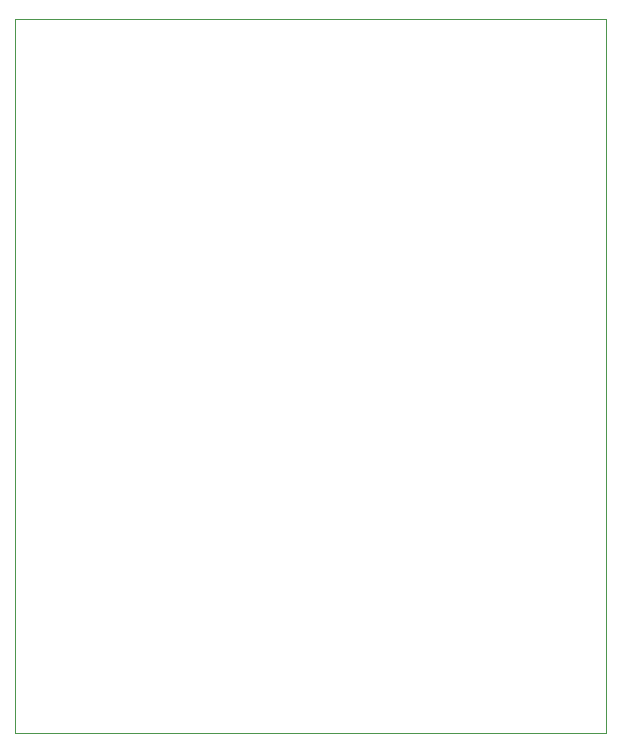
<source format=gm1>
G04 #@! TF.FileFunction,Profile,NP*
%FSLAX46Y46*%
G04 Gerber Fmt 4.6, Leading zero omitted, Abs format (unit mm)*
G04 Created by KiCad (PCBNEW 0.201511171411+6319~30~ubuntu15.10.1-product) date Fr 04 Dez 2015 11:44:42 CET*
%MOMM*%
G01*
G04 APERTURE LIST*
%ADD10C,0.100000*%
G04 APERTURE END LIST*
D10*
X186182000Y-110490000D02*
X186182000Y-50038000D01*
X236220000Y-110490000D02*
X186182000Y-110490000D01*
X236220000Y-50038000D02*
X236220000Y-110490000D01*
X186182000Y-50038000D02*
X236220000Y-50038000D01*
M02*

</source>
